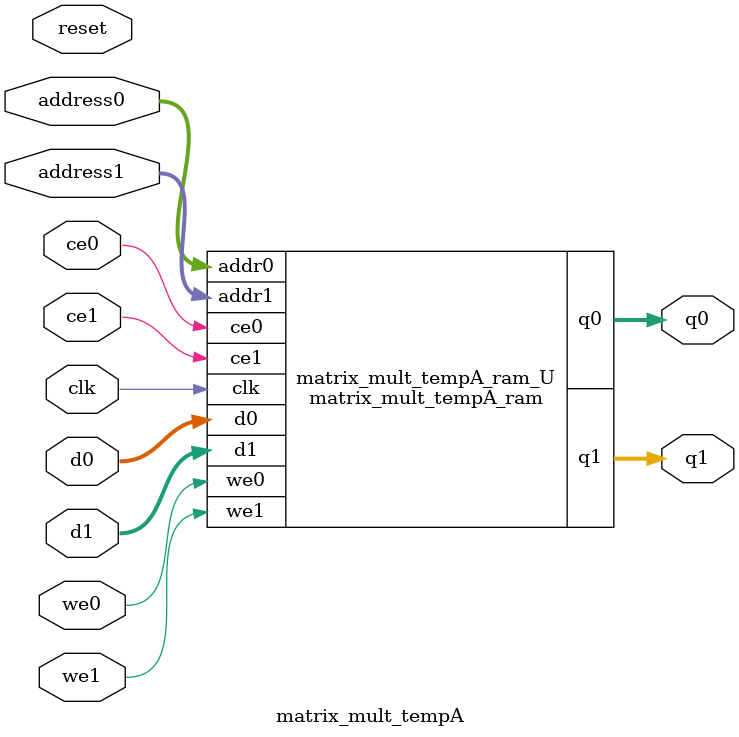
<source format=v>

`timescale 1 ns / 1 ps
module matrix_mult_tempA_ram (addr0, ce0, d0, we0, q0, addr1, ce1, d1, we1, q1,  clk);

parameter DWIDTH = 32;
parameter AWIDTH = 6;
parameter MEM_SIZE = 64;

input[AWIDTH-1:0] addr0;
input ce0;
input[DWIDTH-1:0] d0;
input we0;
output reg[DWIDTH-1:0] q0;
input[AWIDTH-1:0] addr1;
input ce1;
input[DWIDTH-1:0] d1;
input we1;
output reg[DWIDTH-1:0] q1;
input clk;

(* ram_style = "block" *)reg [DWIDTH-1:0] ram[0:MEM_SIZE-1];




always @(posedge clk)  
begin 
    if (ce0) 
    begin
        if (we0) 
        begin 
            ram[addr0] <= d0; 
            q0 <= d0;
        end 
        else 
            q0 <= ram[addr0];
    end
end


always @(posedge clk)  
begin 
    if (ce1) 
    begin
        if (we1) 
        begin 
            ram[addr1] <= d1; 
            q1 <= d1;
        end 
        else 
            q1 <= ram[addr1];
    end
end


endmodule


`timescale 1 ns / 1 ps
module matrix_mult_tempA(
    reset,
    clk,
    address0,
    ce0,
    we0,
    d0,
    q0,
    address1,
    ce1,
    we1,
    d1,
    q1);

parameter DataWidth = 32'd32;
parameter AddressRange = 32'd64;
parameter AddressWidth = 32'd6;
input reset;
input clk;
input[AddressWidth - 1:0] address0;
input ce0;
input we0;
input[DataWidth - 1:0] d0;
output[DataWidth - 1:0] q0;
input[AddressWidth - 1:0] address1;
input ce1;
input we1;
input[DataWidth - 1:0] d1;
output[DataWidth - 1:0] q1;



matrix_mult_tempA_ram matrix_mult_tempA_ram_U(
    .clk( clk ),
    .addr0( address0 ),
    .ce0( ce0 ),
    .d0( d0 ),
    .we0( we0 ),
    .q0( q0 ),
    .addr1( address1 ),
    .ce1( ce1 ),
    .d1( d1 ),
    .we1( we1 ),
    .q1( q1 ));

endmodule


</source>
